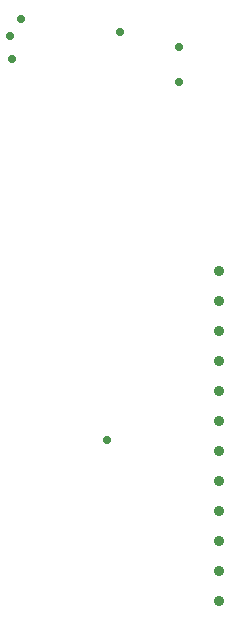
<source format=gbr>
%TF.GenerationSoftware,Altium Limited,Altium Designer,20.1.14 (287)*%
G04 Layer_Color=0*
%FSLAX26Y26*%
%MOIN*%
%TF.SameCoordinates,6A0BC998-17C7-4340-AACC-798D36D37454*%
%TF.FilePolarity,Positive*%
%TF.FileFunction,Plated,1,2,PTH,Drill*%
%TF.Part,Single*%
G01*
G75*
%TA.AperFunction,ComponentDrill*%
%ADD31C,0.035433*%
%TA.AperFunction,ViaDrill,NotFilled*%
%ADD32C,0.028000*%
D31*
X2300000Y2865000D02*
D03*
Y2965000D02*
D03*
Y3065000D02*
D03*
Y3165000D02*
D03*
Y3265000D02*
D03*
Y3365000D02*
D03*
Y3465000D02*
D03*
Y3565000D02*
D03*
Y3665000D02*
D03*
Y3765000D02*
D03*
Y3865000D02*
D03*
Y3965000D02*
D03*
D32*
X1601654Y4746654D02*
D03*
X1610000Y4670228D02*
D03*
X1925000Y3400000D02*
D03*
X1640000Y4805000D02*
D03*
X2165000Y4595000D02*
D03*
X1970000Y4760000D02*
D03*
X2165000Y4710000D02*
D03*
%TF.MD5,15b37420423e8f2bc0872f693d763ffc*%
M02*

</source>
